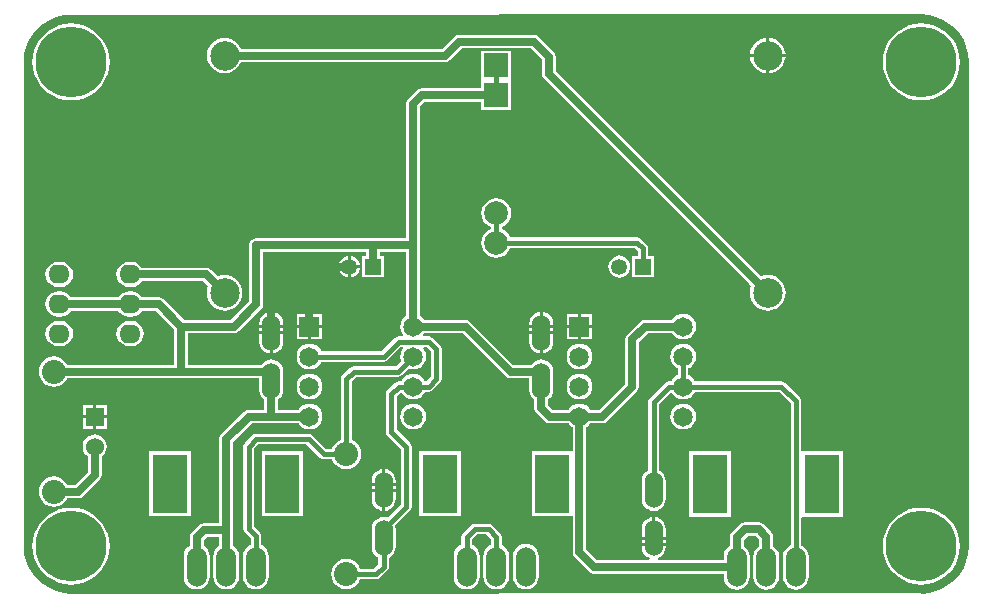
<source format=gbl>
G04 Layer_Physical_Order=2*
G04 Layer_Color=11436288*
%FSAX43Y43*%
%MOMM*%
G71*
G01*
G75*
%ADD10C,0.381*%
%ADD11C,0.635*%
%ADD12C,2.000*%
%ADD13R,2.000X2.000*%
%ADD14C,1.350*%
%ADD15R,1.350X1.350*%
%ADD16C,6.000*%
%ADD17O,1.524X3.048*%
%ADD18C,1.524*%
%ADD19C,1.651*%
%ADD20R,1.651X1.651*%
%ADD21C,2.032*%
%ADD22C,2.500*%
%ADD23R,1.524X1.524*%
%ADD24R,3.000X5.000*%
%ADD25O,1.676X3.353*%
%ADD26R,2.000X2.000*%
%ADD27O,1.800X1.600*%
G36*
X0219313Y0251064D02*
X0219925Y0250917D01*
X0220507Y0250676D01*
X0221043Y0250347D01*
X0221522Y0249938D01*
X0221931Y0249459D01*
X0222260Y0248923D01*
X0222501Y0248341D01*
X0222648Y0247729D01*
X0222696Y0247113D01*
X0222685Y0247101D01*
X0222685D01*
Y0206101D01*
X0222685D01*
X0222696Y0206089D01*
X0222648Y0205473D01*
X0222501Y0204861D01*
X0222260Y0204279D01*
X0221931Y0203743D01*
X0221522Y0203264D01*
X0221043Y0202855D01*
X0220507Y0202526D01*
X0219925Y0202285D01*
X0219313Y0202138D01*
X0218697Y0202090D01*
X0218685Y0202101D01*
Y0202101D01*
X0146685Y0202089D01*
X0146057Y0202138D01*
X0145445Y0202285D01*
X0144863Y0202526D01*
X0144327Y0202855D01*
X0143848Y0203264D01*
X0143439Y0203743D01*
X0143110Y0204279D01*
X0142869Y0204861D01*
X0142722Y0205473D01*
X0142683Y0205975D01*
X0142685Y0206101D01*
X0142685Y0206101D01*
X0142685Y0206228D01*
X0142673Y0247101D01*
X0142722Y0247729D01*
X0142869Y0248341D01*
X0143110Y0248923D01*
X0143439Y0249459D01*
X0143848Y0249938D01*
X0144327Y0250347D01*
X0144863Y0250676D01*
X0145445Y0250917D01*
X0146057Y0251064D01*
X0146673Y0251112D01*
X0146685Y0251101D01*
Y0251101D01*
X0218685Y0251113D01*
X0219313Y0251064D01*
D02*
G37*
%LPC*%
G36*
X0148558Y0218092D02*
X0147669D01*
Y0217203D01*
X0148558D01*
Y0218092D01*
D02*
G37*
G36*
X0149701Y0216949D02*
X0148812D01*
Y0216060D01*
X0149701D01*
Y0216949D01*
D02*
G37*
G36*
X0166874Y0220705D02*
X0166592Y0220668D01*
X0166329Y0220559D01*
X0166104Y0220386D01*
X0165931Y0220160D01*
X0165822Y0219898D01*
X0165785Y0219616D01*
X0165822Y0219334D01*
X0165931Y0219072D01*
X0166104Y0218846D01*
X0166329Y0218673D01*
X0166592Y0218564D01*
X0166874Y0218527D01*
X0167155Y0218564D01*
X0167418Y0218673D01*
X0167643Y0218846D01*
X0167816Y0219072D01*
X0167925Y0219334D01*
X0167962Y0219616D01*
X0167925Y0219898D01*
X0167816Y0220160D01*
X0167643Y0220386D01*
X0167418Y0220559D01*
X0167155Y0220668D01*
X0166874Y0220705D01*
D02*
G37*
G36*
X0149701Y0218092D02*
X0148812D01*
Y0217203D01*
X0149701D01*
Y0218092D01*
D02*
G37*
G36*
X0175649Y0218165D02*
X0175367Y0218128D01*
X0175105Y0218019D01*
X0174879Y0217846D01*
X0174706Y0217620D01*
X0174597Y0217358D01*
X0174560Y0217076D01*
X0174597Y0216794D01*
X0174706Y0216532D01*
X0174879Y0216306D01*
X0175105Y0216133D01*
X0175367Y0216024D01*
X0175649Y0215987D01*
X0175931Y0216024D01*
X0176194Y0216133D01*
X0176419Y0216306D01*
X0176592Y0216532D01*
X0176701Y0216794D01*
X0176738Y0217076D01*
X0176701Y0217358D01*
X0176592Y0217620D01*
X0176419Y0217846D01*
X0176194Y0218019D01*
X0175931Y0218128D01*
X0175649Y0218165D01*
D02*
G37*
G36*
X0173287Y0212623D02*
Y0211488D01*
X0174185D01*
Y0211615D01*
X0174150Y0211880D01*
X0174047Y0212127D01*
X0173885Y0212339D01*
X0173672Y0212502D01*
X0173425Y0212605D01*
X0173287Y0212623D01*
D02*
G37*
G36*
X0148558Y0216949D02*
X0147669D01*
Y0216060D01*
X0148558D01*
Y0216949D01*
D02*
G37*
G36*
X0198509Y0218165D02*
X0198227Y0218128D01*
X0197965Y0218019D01*
X0197739Y0217846D01*
X0197566Y0217620D01*
X0197457Y0217358D01*
X0197420Y0217076D01*
X0197457Y0216794D01*
X0197566Y0216532D01*
X0197739Y0216306D01*
X0197965Y0216133D01*
X0198227Y0216024D01*
X0198509Y0215987D01*
X0198791Y0216024D01*
X0199054Y0216133D01*
X0199279Y0216306D01*
X0199452Y0216532D01*
X0199561Y0216794D01*
X0199598Y0217076D01*
X0199561Y0217358D01*
X0199452Y0217620D01*
X0199279Y0217846D01*
X0199054Y0218019D01*
X0198791Y0218128D01*
X0198509Y0218165D01*
D02*
G37*
G36*
X0186368Y0224061D02*
X0185470D01*
Y0223426D01*
X0185505Y0223161D01*
X0185608Y0222913D01*
X0185770Y0222701D01*
X0185983Y0222538D01*
X0186230Y0222436D01*
X0186368Y0222418D01*
Y0224061D01*
D02*
G37*
G36*
X0164660D02*
X0163762D01*
Y0222418D01*
X0163900Y0222436D01*
X0164147Y0222538D01*
X0164360Y0222701D01*
X0164522Y0222913D01*
X0164625Y0223161D01*
X0164660Y0223426D01*
Y0224061D01*
D02*
G37*
G36*
X0145785Y0225164D02*
X0145585D01*
X0145310Y0225128D01*
X0145053Y0225022D01*
X0144833Y0224853D01*
X0144664Y0224633D01*
X0144558Y0224376D01*
X0144522Y0224101D01*
X0144558Y0223826D01*
X0144664Y0223569D01*
X0144833Y0223349D01*
X0145053Y0223180D01*
X0145310Y0223074D01*
X0145585Y0223038D01*
X0145785D01*
X0146060Y0223074D01*
X0146317Y0223180D01*
X0146537Y0223349D01*
X0146706Y0223569D01*
X0146812Y0223826D01*
X0146848Y0224101D01*
X0146812Y0224376D01*
X0146706Y0224633D01*
X0146537Y0224853D01*
X0146317Y0225022D01*
X0146060Y0225128D01*
X0145785Y0225164D01*
D02*
G37*
G36*
X0187520Y0224061D02*
X0186622D01*
Y0222418D01*
X0186760Y0222436D01*
X0187007Y0222538D01*
X0187220Y0222701D01*
X0187382Y0222913D01*
X0187485Y0223161D01*
X0187520Y0223426D01*
Y0224061D01*
D02*
G37*
G36*
X0198509Y0223245D02*
X0198227Y0223208D01*
X0197965Y0223099D01*
X0197739Y0222926D01*
X0197566Y0222700D01*
X0197457Y0222438D01*
X0197420Y0222156D01*
X0197457Y0221874D01*
X0197566Y0221612D01*
X0197739Y0221386D01*
X0197965Y0221213D01*
X0198056Y0221175D01*
Y0220597D01*
X0197965Y0220559D01*
X0197739Y0220386D01*
X0197566Y0220160D01*
X0197528Y0220069D01*
X0197290D01*
X0197290Y0220069D01*
X0197117Y0220035D01*
X0197043Y0219986D01*
X0196970Y0219936D01*
X0196970Y0219936D01*
X0195700Y0218666D01*
X0195601Y0218519D01*
X0195567Y0218346D01*
Y0212527D01*
X0195508Y0212503D01*
X0195295Y0212340D01*
X0195133Y0212128D01*
X0195030Y0211880D01*
X0194995Y0211615D01*
Y0210091D01*
X0195030Y0209826D01*
X0195133Y0209579D01*
X0195295Y0209367D01*
X0195508Y0209204D01*
X0195755Y0209101D01*
X0196020Y0209066D01*
X0196285Y0209101D01*
X0196532Y0209204D01*
X0196745Y0209367D01*
X0196907Y0209579D01*
X0197010Y0209826D01*
X0197045Y0210091D01*
Y0211615D01*
X0197010Y0211880D01*
X0196907Y0212128D01*
X0196745Y0212340D01*
X0196532Y0212503D01*
X0196473Y0212527D01*
Y0218158D01*
X0197416Y0219101D01*
X0197566Y0219072D01*
X0197566Y0219072D01*
X0197739Y0218846D01*
X0197965Y0218673D01*
X0198227Y0218564D01*
X0198509Y0218527D01*
X0198791Y0218564D01*
X0199054Y0218673D01*
X0199279Y0218846D01*
X0199452Y0219072D01*
X0199490Y0219163D01*
X0206627D01*
X0207606Y0218184D01*
Y0206194D01*
X0207509Y0206153D01*
X0207281Y0205978D01*
X0207106Y0205750D01*
X0206996Y0205484D01*
X0206958Y0205199D01*
Y0203523D01*
X0206996Y0203238D01*
X0207106Y0202972D01*
X0207281Y0202744D01*
X0207509Y0202569D01*
X0207774Y0202459D01*
X0208060Y0202421D01*
X0208345Y0202459D01*
X0208610Y0202569D01*
X0208839Y0202744D01*
X0209014Y0202972D01*
X0209124Y0203238D01*
X0209161Y0203523D01*
Y0205199D01*
X0209124Y0205484D01*
X0209014Y0205750D01*
X0208839Y0205978D01*
X0208610Y0206153D01*
X0208513Y0206194D01*
Y0208492D01*
X0208541Y0208607D01*
X0208640Y0208607D01*
X0212049D01*
Y0214115D01*
X0208640D01*
X0208541Y0214115D01*
X0208513Y0214230D01*
Y0218371D01*
X0208513Y0218371D01*
X0208478Y0218545D01*
X0208429Y0218618D01*
X0208380Y0218692D01*
X0208380Y0218692D01*
X0207135Y0219936D01*
X0206988Y0220035D01*
X0206815Y0220069D01*
X0199490D01*
X0199452Y0220160D01*
X0199279Y0220386D01*
X0199054Y0220559D01*
X0198962Y0220597D01*
Y0221175D01*
X0199054Y0221213D01*
X0199279Y0221386D01*
X0199452Y0221612D01*
X0199561Y0221874D01*
X0199598Y0222156D01*
X0199561Y0222438D01*
X0199452Y0222700D01*
X0199279Y0222926D01*
X0199054Y0223099D01*
X0198791Y0223208D01*
X0198509Y0223245D01*
D02*
G37*
G36*
X0189734Y0220705D02*
X0189452Y0220668D01*
X0189189Y0220559D01*
X0188964Y0220386D01*
X0188791Y0220160D01*
X0188682Y0219898D01*
X0188645Y0219616D01*
X0188682Y0219334D01*
X0188791Y0219072D01*
X0188964Y0218846D01*
X0189189Y0218673D01*
X0189452Y0218564D01*
X0189734Y0218527D01*
X0190015Y0218564D01*
X0190278Y0218673D01*
X0190503Y0218846D01*
X0190676Y0219072D01*
X0190785Y0219334D01*
X0190822Y0219616D01*
X0190785Y0219898D01*
X0190676Y0220160D01*
X0190503Y0220386D01*
X0190278Y0220559D01*
X0190015Y0220668D01*
X0189734Y0220705D01*
D02*
G37*
G36*
X0163508Y0224061D02*
X0162610D01*
Y0223426D01*
X0162645Y0223161D01*
X0162748Y0222913D01*
X0162910Y0222701D01*
X0163123Y0222538D01*
X0163370Y0222436D01*
X0163508Y0222418D01*
Y0224061D01*
D02*
G37*
G36*
X0189734Y0223245D02*
X0189452Y0223208D01*
X0189189Y0223099D01*
X0188964Y0222926D01*
X0188791Y0222700D01*
X0188682Y0222438D01*
X0188645Y0222156D01*
X0188682Y0221874D01*
X0188791Y0221612D01*
X0188964Y0221386D01*
X0189189Y0221213D01*
X0189452Y0221104D01*
X0189734Y0221067D01*
X0190015Y0221104D01*
X0190278Y0221213D01*
X0190503Y0221386D01*
X0190676Y0221612D01*
X0190785Y0221874D01*
X0190822Y0222156D01*
X0190785Y0222438D01*
X0190676Y0222700D01*
X0190503Y0222926D01*
X0190278Y0223099D01*
X0190015Y0223208D01*
X0189734Y0223245D01*
D02*
G37*
G36*
X0173033Y0212623D02*
X0172895Y0212605D01*
X0172648Y0212502D01*
X0172435Y0212339D01*
X0172273Y0212127D01*
X0172170Y0211880D01*
X0172135Y0211615D01*
Y0211488D01*
X0173033D01*
Y0212623D01*
D02*
G37*
G36*
X0195893Y0208559D02*
X0195755Y0208541D01*
X0195508Y0208439D01*
X0195295Y0208276D01*
X0195133Y0208064D01*
X0195030Y0207816D01*
X0194995Y0207551D01*
Y0206916D01*
X0195893D01*
Y0208559D01*
D02*
G37*
G36*
X0197045Y0206662D02*
X0194995D01*
Y0206408D01*
X0197045D01*
Y0206662D01*
D02*
G37*
G36*
X0202549Y0214115D02*
X0199041D01*
Y0208607D01*
X0202549D01*
Y0214115D01*
D02*
G37*
G36*
X0196147Y0208559D02*
Y0206916D01*
X0197045D01*
Y0207551D01*
X0197010Y0207816D01*
X0196907Y0208064D01*
X0196745Y0208276D01*
X0196532Y0208439D01*
X0196285Y0208541D01*
X0196147Y0208559D01*
D02*
G37*
G36*
X0185200Y0206316D02*
X0184914Y0206278D01*
X0184649Y0206168D01*
X0184421Y0205993D01*
X0184246Y0205765D01*
X0184136Y0205499D01*
X0184098Y0205214D01*
Y0203538D01*
X0184136Y0203253D01*
X0184246Y0202987D01*
X0184421Y0202759D01*
X0184649Y0202584D01*
X0184914Y0202474D01*
X0185200Y0202436D01*
X0185485Y0202474D01*
X0185750Y0202584D01*
X0185979Y0202759D01*
X0186154Y0202987D01*
X0186264Y0203253D01*
X0186301Y0203538D01*
Y0205214D01*
X0186264Y0205499D01*
X0186154Y0205765D01*
X0185979Y0205993D01*
X0185750Y0206168D01*
X0185485Y0206278D01*
X0185200Y0206316D01*
D02*
G37*
G36*
X0182050Y0208004D02*
X0180860D01*
X0180687Y0207970D01*
X0180540Y0207871D01*
X0180540Y0207871D01*
X0179865Y0207196D01*
X0179766Y0207049D01*
X0179732Y0206876D01*
Y0206209D01*
X0179634Y0206168D01*
X0179406Y0205993D01*
X0179231Y0205765D01*
X0179121Y0205499D01*
X0179083Y0205214D01*
Y0203538D01*
X0179121Y0203253D01*
X0179231Y0202987D01*
X0179406Y0202759D01*
X0179634Y0202584D01*
X0179900Y0202474D01*
X0180185Y0202436D01*
X0180470Y0202474D01*
X0180736Y0202584D01*
X0180964Y0202759D01*
X0181139Y0202987D01*
X0181249Y0203253D01*
X0181287Y0203538D01*
Y0205214D01*
X0181249Y0205499D01*
X0181139Y0205765D01*
X0180964Y0205993D01*
X0180736Y0206168D01*
X0180638Y0206209D01*
Y0206688D01*
X0181048Y0207098D01*
X0181862D01*
X0182232Y0206728D01*
Y0206209D01*
X0182134Y0206168D01*
X0181906Y0205993D01*
X0181731Y0205765D01*
X0181621Y0205499D01*
X0181583Y0205214D01*
Y0203538D01*
X0181621Y0203253D01*
X0181731Y0202987D01*
X0181906Y0202759D01*
X0182134Y0202584D01*
X0182400Y0202474D01*
X0182685Y0202436D01*
X0182970Y0202474D01*
X0183236Y0202584D01*
X0183464Y0202759D01*
X0183639Y0202987D01*
X0183749Y0203253D01*
X0183787Y0203538D01*
Y0205214D01*
X0183749Y0205499D01*
X0183639Y0205765D01*
X0183464Y0205993D01*
X0183236Y0206168D01*
X0183138Y0206209D01*
Y0206916D01*
X0183104Y0207089D01*
X0183005Y0207236D01*
X0183005Y0207236D01*
X0182370Y0207871D01*
X0182223Y0207970D01*
X0182050Y0208004D01*
D02*
G37*
G36*
X0218685Y0209365D02*
X0218174Y0209325D01*
X0217676Y0209205D01*
X0217203Y0209009D01*
X0216766Y0208742D01*
X0216377Y0208409D01*
X0216044Y0208020D01*
X0215777Y0207583D01*
X0215581Y0207110D01*
X0215461Y0206612D01*
X0215421Y0206101D01*
X0215461Y0205590D01*
X0215581Y0205092D01*
X0215777Y0204619D01*
X0216044Y0204182D01*
X0216377Y0203793D01*
X0216766Y0203460D01*
X0217203Y0203193D01*
X0217676Y0202997D01*
X0218174Y0202877D01*
X0218685Y0202837D01*
X0219196Y0202877D01*
X0219694Y0202997D01*
X0220167Y0203193D01*
X0220604Y0203460D01*
X0220993Y0203793D01*
X0221326Y0204182D01*
X0221593Y0204619D01*
X0221789Y0205092D01*
X0221909Y0205590D01*
X0221949Y0206101D01*
X0221909Y0206612D01*
X0221789Y0207110D01*
X0221593Y0207583D01*
X0221326Y0208020D01*
X0220993Y0208409D01*
X0220604Y0208742D01*
X0220167Y0209009D01*
X0219694Y0209205D01*
X0219196Y0209325D01*
X0218685Y0209365D01*
D02*
G37*
G36*
X0146685D02*
X0146174Y0209325D01*
X0145676Y0209205D01*
X0145203Y0209009D01*
X0144766Y0208742D01*
X0144377Y0208409D01*
X0144044Y0208020D01*
X0143777Y0207583D01*
X0143581Y0207110D01*
X0143461Y0206612D01*
X0143421Y0206101D01*
X0143461Y0205590D01*
X0143581Y0205092D01*
X0143777Y0204619D01*
X0144044Y0204182D01*
X0144377Y0203793D01*
X0144766Y0203460D01*
X0145203Y0203193D01*
X0145676Y0202997D01*
X0146174Y0202877D01*
X0146685Y0202837D01*
X0147196Y0202877D01*
X0147694Y0202997D01*
X0148167Y0203193D01*
X0148604Y0203460D01*
X0148993Y0203793D01*
X0149326Y0204182D01*
X0149593Y0204619D01*
X0149789Y0205092D01*
X0149909Y0205590D01*
X0149949Y0206101D01*
X0149909Y0206612D01*
X0149789Y0207110D01*
X0149593Y0207583D01*
X0149326Y0208020D01*
X0148993Y0208409D01*
X0148604Y0208742D01*
X0148167Y0209009D01*
X0147694Y0209205D01*
X0147196Y0209325D01*
X0146685Y0209365D01*
D02*
G37*
G36*
X0173033Y0211234D02*
X0172135D01*
Y0210980D01*
X0173033D01*
Y0211234D01*
D02*
G37*
G36*
X0174185Y0210726D02*
X0173287D01*
Y0209083D01*
X0173425Y0209101D01*
X0173672Y0209203D01*
X0173885Y0209366D01*
X0174047Y0209578D01*
X0174150Y0209826D01*
X0174185Y0210091D01*
Y0210726D01*
D02*
G37*
G36*
X0148685Y0215561D02*
X0148420Y0215526D01*
X0148173Y0215423D01*
X0147960Y0215261D01*
X0147798Y0215048D01*
X0147695Y0214801D01*
X0147660Y0214536D01*
X0147695Y0214271D01*
X0147798Y0214024D01*
X0147960Y0213811D01*
X0148102Y0213702D01*
Y0212387D01*
X0147024Y0211309D01*
X0146353D01*
X0146329Y0211366D01*
X0146126Y0211632D01*
X0145860Y0211835D01*
X0145552Y0211963D01*
X0145220Y0212007D01*
X0144888Y0211963D01*
X0144580Y0211835D01*
X0144314Y0211632D01*
X0144111Y0211366D01*
X0143983Y0211058D01*
X0143939Y0210726D01*
X0143983Y0210394D01*
X0144111Y0210086D01*
X0144314Y0209820D01*
X0144580Y0209617D01*
X0144888Y0209489D01*
X0145220Y0209445D01*
X0145552Y0209489D01*
X0145860Y0209617D01*
X0146126Y0209820D01*
X0146329Y0210086D01*
X0146353Y0210143D01*
X0147265D01*
X0147488Y0210188D01*
X0147677Y0210314D01*
X0149097Y0211734D01*
X0149223Y0211923D01*
X0149268Y0212146D01*
Y0213702D01*
X0149410Y0213811D01*
X0149572Y0214024D01*
X0149675Y0214271D01*
X0149710Y0214536D01*
X0149675Y0214801D01*
X0149572Y0215048D01*
X0149410Y0215261D01*
X0149197Y0215423D01*
X0148950Y0215526D01*
X0148685Y0215561D01*
D02*
G37*
G36*
X0174185Y0211234D02*
X0173287D01*
Y0210980D01*
X0174185D01*
Y0211234D01*
D02*
G37*
G36*
X0166329Y0214130D02*
X0162821D01*
Y0208622D01*
X0166329D01*
Y0214130D01*
D02*
G37*
G36*
X0156829D02*
X0153321D01*
Y0208622D01*
X0156829D01*
Y0214130D01*
D02*
G37*
G36*
X0173033Y0210726D02*
X0172135D01*
Y0210091D01*
X0172170Y0209826D01*
X0172273Y0209578D01*
X0172435Y0209366D01*
X0172648Y0209203D01*
X0172895Y0209101D01*
X0173033Y0209083D01*
Y0210726D01*
D02*
G37*
G36*
X0179689Y0214130D02*
X0176181D01*
Y0208622D01*
X0179689D01*
Y0214130D01*
D02*
G37*
G36*
X0171175Y0229649D02*
X0170382D01*
Y0228856D01*
X0170498Y0228871D01*
X0170724Y0228965D01*
X0170918Y0229113D01*
X0171066Y0229307D01*
X0171160Y0229533D01*
X0171175Y0229649D01*
D02*
G37*
G36*
X0170128D02*
X0169335D01*
X0169350Y0229533D01*
X0169444Y0229307D01*
X0169592Y0229113D01*
X0169786Y0228965D01*
X0170012Y0228871D01*
X0170128Y0228856D01*
Y0229649D01*
D02*
G37*
G36*
X0170382Y0230696D02*
Y0229903D01*
X0171175D01*
X0171160Y0230019D01*
X0171066Y0230245D01*
X0170918Y0230439D01*
X0170724Y0230587D01*
X0170498Y0230681D01*
X0170382Y0230696D01*
D02*
G37*
G36*
X0170128D02*
X0170012Y0230681D01*
X0169786Y0230587D01*
X0169592Y0230439D01*
X0169444Y0230245D01*
X0169350Y0230019D01*
X0169335Y0229903D01*
X0170128D01*
Y0230696D01*
D02*
G37*
G36*
X0145785Y0230164D02*
X0145585D01*
X0145310Y0230128D01*
X0145053Y0230022D01*
X0144833Y0229853D01*
X0144664Y0229633D01*
X0144558Y0229376D01*
X0144522Y0229101D01*
X0144558Y0228826D01*
X0144664Y0228569D01*
X0144833Y0228349D01*
X0145053Y0228180D01*
X0145310Y0228074D01*
X0145585Y0228038D01*
X0145785D01*
X0146060Y0228074D01*
X0146317Y0228180D01*
X0146537Y0228349D01*
X0146706Y0228569D01*
X0146812Y0228826D01*
X0146848Y0229101D01*
X0146812Y0229376D01*
X0146706Y0229633D01*
X0146537Y0229853D01*
X0146317Y0230022D01*
X0146060Y0230128D01*
X0145785Y0230164D01*
D02*
G37*
G36*
X0151785D02*
X0151585D01*
X0151310Y0230128D01*
X0151053Y0230022D01*
X0150833Y0229853D01*
X0150664Y0229633D01*
X0150558Y0229376D01*
X0150522Y0229101D01*
X0150558Y0228826D01*
X0150664Y0228569D01*
X0150833Y0228349D01*
X0151053Y0228180D01*
X0151310Y0228074D01*
X0151585Y0228038D01*
X0151785D01*
X0152060Y0228074D01*
X0152317Y0228180D01*
X0152537Y0228349D01*
X0152666Y0228518D01*
X0157894D01*
X0158287Y0228125D01*
X0158203Y0227846D01*
X0158174Y0227551D01*
X0158203Y0227256D01*
X0158289Y0226973D01*
X0158428Y0226711D01*
X0158616Y0226482D01*
X0158845Y0226294D01*
X0159107Y0226155D01*
X0159390Y0226069D01*
X0159685Y0226040D01*
X0159980Y0226069D01*
X0160263Y0226155D01*
X0160525Y0226294D01*
X0160754Y0226482D01*
X0160942Y0226711D01*
X0161081Y0226973D01*
X0161167Y0227256D01*
X0161196Y0227551D01*
X0161167Y0227846D01*
X0161081Y0228129D01*
X0160942Y0228391D01*
X0160754Y0228620D01*
X0160525Y0228808D01*
X0160263Y0228947D01*
X0159980Y0229033D01*
X0159685Y0229062D01*
X0159390Y0229033D01*
X0159111Y0228949D01*
X0158547Y0229513D01*
X0158358Y0229639D01*
X0158135Y0229684D01*
X0152666D01*
X0152537Y0229853D01*
X0152317Y0230022D01*
X0152060Y0230128D01*
X0151785Y0230164D01*
D02*
G37*
G36*
X0182685Y0235565D02*
X0182358Y0235522D01*
X0182053Y0235396D01*
X0181791Y0235195D01*
X0181590Y0234933D01*
X0181463Y0234628D01*
X0181420Y0234301D01*
X0181463Y0233973D01*
X0181590Y0233668D01*
X0181791Y0233406D01*
X0182053Y0233205D01*
X0182232Y0233131D01*
Y0232970D01*
X0182053Y0232896D01*
X0181791Y0232695D01*
X0181590Y0232433D01*
X0181463Y0232128D01*
X0181420Y0231801D01*
X0181463Y0231473D01*
X0181590Y0231168D01*
X0181791Y0230906D01*
X0182053Y0230705D01*
X0182358Y0230579D01*
X0182685Y0230536D01*
X0183013Y0230579D01*
X0183318Y0230705D01*
X0183580Y0230906D01*
X0183781Y0231168D01*
X0183855Y0231348D01*
X0194442D01*
X0194662Y0231128D01*
Y0230705D01*
X0194186D01*
Y0228847D01*
X0196044D01*
Y0230705D01*
X0195568D01*
Y0231316D01*
X0195568Y0231316D01*
X0195534Y0231489D01*
X0195435Y0231636D01*
X0195435Y0231636D01*
X0194951Y0232121D01*
X0194804Y0232220D01*
X0194630Y0232254D01*
X0183855D01*
X0183781Y0232433D01*
X0183580Y0232695D01*
X0183318Y0232896D01*
X0183138Y0232970D01*
Y0233131D01*
X0183318Y0233205D01*
X0183580Y0233406D01*
X0183781Y0233668D01*
X0183907Y0233973D01*
X0183950Y0234301D01*
X0183907Y0234628D01*
X0183781Y0234933D01*
X0183580Y0235195D01*
X0183318Y0235396D01*
X0183013Y0235522D01*
X0182685Y0235565D01*
D02*
G37*
G36*
X0193115Y0230713D02*
X0192872Y0230681D01*
X0192646Y0230587D01*
X0192452Y0230439D01*
X0192304Y0230245D01*
X0192210Y0230019D01*
X0192178Y0229776D01*
X0192210Y0229533D01*
X0192304Y0229307D01*
X0192452Y0229113D01*
X0192646Y0228965D01*
X0192872Y0228871D01*
X0193115Y0228839D01*
X0193358Y0228871D01*
X0193584Y0228965D01*
X0193778Y0229113D01*
X0193926Y0229307D01*
X0194020Y0229533D01*
X0194052Y0229776D01*
X0194020Y0230019D01*
X0193926Y0230245D01*
X0193778Y0230439D01*
X0193584Y0230587D01*
X0193358Y0230681D01*
X0193115Y0230713D01*
D02*
G37*
G36*
X0205558Y0249135D02*
X0205390Y0249118D01*
X0205107Y0249032D01*
X0204845Y0248893D01*
X0204616Y0248705D01*
X0204428Y0248476D01*
X0204289Y0248214D01*
X0204203Y0247931D01*
X0204186Y0247763D01*
X0205558D01*
Y0249135D01*
D02*
G37*
G36*
X0207184Y0247509D02*
X0205812D01*
Y0246137D01*
X0205980Y0246154D01*
X0206263Y0246240D01*
X0206525Y0246379D01*
X0206754Y0246567D01*
X0206942Y0246796D01*
X0207081Y0247058D01*
X0207167Y0247341D01*
X0207184Y0247509D01*
D02*
G37*
G36*
X0185860Y0249409D02*
X0179510D01*
X0179287Y0249364D01*
X0179098Y0249238D01*
X0178079Y0248219D01*
X0161079D01*
X0160942Y0248476D01*
X0160754Y0248705D01*
X0160525Y0248893D01*
X0160263Y0249032D01*
X0159980Y0249118D01*
X0159685Y0249147D01*
X0159390Y0249118D01*
X0159107Y0249032D01*
X0158845Y0248893D01*
X0158616Y0248705D01*
X0158428Y0248476D01*
X0158289Y0248214D01*
X0158203Y0247931D01*
X0158174Y0247636D01*
X0158203Y0247341D01*
X0158289Y0247058D01*
X0158428Y0246796D01*
X0158616Y0246567D01*
X0158845Y0246379D01*
X0159107Y0246240D01*
X0159390Y0246154D01*
X0159685Y0246125D01*
X0159980Y0246154D01*
X0160263Y0246240D01*
X0160525Y0246379D01*
X0160754Y0246567D01*
X0160942Y0246796D01*
X0161079Y0247053D01*
X0178320D01*
X0178543Y0247098D01*
X0178732Y0247224D01*
X0179751Y0248243D01*
X0185619D01*
X0186547Y0247315D01*
Y0246106D01*
X0186592Y0245883D01*
X0186718Y0245694D01*
X0204287Y0228125D01*
X0204203Y0227846D01*
X0204174Y0227551D01*
X0204203Y0227256D01*
X0204289Y0226973D01*
X0204428Y0226711D01*
X0204616Y0226482D01*
X0204845Y0226294D01*
X0205107Y0226155D01*
X0205390Y0226069D01*
X0205685Y0226040D01*
X0205980Y0226069D01*
X0206263Y0226155D01*
X0206525Y0226294D01*
X0206754Y0226482D01*
X0206942Y0226711D01*
X0207081Y0226973D01*
X0207167Y0227256D01*
X0207196Y0227551D01*
X0207167Y0227846D01*
X0207081Y0228129D01*
X0206942Y0228391D01*
X0206754Y0228620D01*
X0206525Y0228808D01*
X0206263Y0228947D01*
X0205980Y0229033D01*
X0205685Y0229062D01*
X0205390Y0229033D01*
X0205111Y0228949D01*
X0187713Y0246347D01*
Y0247556D01*
X0187668Y0247779D01*
X0187542Y0247968D01*
X0186272Y0249238D01*
X0186083Y0249364D01*
X0185860Y0249409D01*
D02*
G37*
G36*
X0205812Y0249135D02*
Y0247763D01*
X0207184D01*
X0207167Y0247931D01*
X0207081Y0248214D01*
X0206942Y0248476D01*
X0206754Y0248705D01*
X0206525Y0248893D01*
X0206263Y0249032D01*
X0205980Y0249118D01*
X0205812Y0249135D01*
D02*
G37*
G36*
X0146685Y0250365D02*
X0146174Y0250325D01*
X0145676Y0250205D01*
X0145203Y0250009D01*
X0144766Y0249742D01*
X0144377Y0249409D01*
X0144044Y0249020D01*
X0143777Y0248583D01*
X0143581Y0248110D01*
X0143461Y0247612D01*
X0143421Y0247101D01*
X0143461Y0246590D01*
X0143581Y0246092D01*
X0143777Y0245619D01*
X0144044Y0245182D01*
X0144377Y0244793D01*
X0144766Y0244460D01*
X0145203Y0244193D01*
X0145676Y0243997D01*
X0146174Y0243877D01*
X0146685Y0243837D01*
X0147196Y0243877D01*
X0147694Y0243997D01*
X0148167Y0244193D01*
X0148604Y0244460D01*
X0148993Y0244793D01*
X0149326Y0245182D01*
X0149593Y0245619D01*
X0149789Y0246092D01*
X0149909Y0246590D01*
X0149949Y0247101D01*
X0149909Y0247612D01*
X0149789Y0248110D01*
X0149593Y0248583D01*
X0149326Y0249020D01*
X0148993Y0249409D01*
X0148604Y0249742D01*
X0148167Y0250009D01*
X0147694Y0250205D01*
X0147196Y0250325D01*
X0146685Y0250365D01*
D02*
G37*
G36*
X0183939Y0248055D02*
X0181431D01*
Y0245547D01*
Y0244884D01*
X0176385D01*
X0176162Y0244839D01*
X0175973Y0244713D01*
X0175237Y0243977D01*
X0175111Y0243788D01*
X0175067Y0243565D01*
Y0232184D01*
X0162365D01*
X0162142Y0232139D01*
X0161953Y0232013D01*
X0161827Y0231824D01*
X0161782Y0231601D01*
Y0226842D01*
X0160219Y0225279D01*
X0156256D01*
X0154522Y0227013D01*
X0154333Y0227139D01*
X0154110Y0227184D01*
X0152666D01*
X0152537Y0227353D01*
X0152317Y0227522D01*
X0152060Y0227628D01*
X0151785Y0227664D01*
X0151585D01*
X0151310Y0227628D01*
X0151053Y0227522D01*
X0150833Y0227353D01*
X0150704Y0227184D01*
X0146666D01*
X0146537Y0227353D01*
X0146317Y0227522D01*
X0146060Y0227628D01*
X0145785Y0227664D01*
X0145585D01*
X0145310Y0227628D01*
X0145053Y0227522D01*
X0144833Y0227353D01*
X0144664Y0227133D01*
X0144558Y0226876D01*
X0144522Y0226601D01*
X0144558Y0226326D01*
X0144664Y0226069D01*
X0144833Y0225849D01*
X0145053Y0225680D01*
X0145310Y0225574D01*
X0145585Y0225538D01*
X0145785D01*
X0146060Y0225574D01*
X0146317Y0225680D01*
X0146537Y0225849D01*
X0146666Y0226018D01*
X0150704D01*
X0150833Y0225849D01*
X0151053Y0225680D01*
X0151310Y0225574D01*
X0151585Y0225538D01*
X0151785D01*
X0152060Y0225574D01*
X0152317Y0225680D01*
X0152537Y0225849D01*
X0152666Y0226018D01*
X0153869D01*
X0155432Y0224455D01*
Y0221469D01*
X0146353D01*
X0146329Y0221526D01*
X0146126Y0221792D01*
X0145860Y0221995D01*
X0145552Y0222123D01*
X0145220Y0222167D01*
X0144888Y0222123D01*
X0144580Y0221995D01*
X0144314Y0221792D01*
X0144111Y0221526D01*
X0143983Y0221218D01*
X0143939Y0220886D01*
X0143983Y0220554D01*
X0144111Y0220246D01*
X0144314Y0219980D01*
X0144580Y0219777D01*
X0144888Y0219649D01*
X0145220Y0219605D01*
X0145552Y0219649D01*
X0145860Y0219777D01*
X0146126Y0219980D01*
X0146329Y0220246D01*
X0146353Y0220303D01*
X0162610D01*
Y0219362D01*
X0162645Y0219097D01*
X0162748Y0218849D01*
X0162910Y0218637D01*
X0163052Y0218528D01*
Y0217659D01*
X0161730D01*
X0161507Y0217614D01*
X0161318Y0217488D01*
X0159413Y0215583D01*
X0159287Y0215394D01*
X0159242Y0215171D01*
Y0208054D01*
X0157920D01*
X0157697Y0208009D01*
X0157508Y0207883D01*
X0156913Y0207288D01*
X0156787Y0207099D01*
X0156742Y0206876D01*
Y0206144D01*
X0156546Y0205993D01*
X0156371Y0205765D01*
X0156261Y0205499D01*
X0156223Y0205214D01*
Y0203538D01*
X0156261Y0203253D01*
X0156371Y0202987D01*
X0156546Y0202759D01*
X0156774Y0202584D01*
X0157040Y0202474D01*
X0157325Y0202436D01*
X0157610Y0202474D01*
X0157876Y0202584D01*
X0158104Y0202759D01*
X0158279Y0202987D01*
X0158389Y0203253D01*
X0158427Y0203538D01*
Y0205214D01*
X0158389Y0205499D01*
X0158279Y0205765D01*
X0158104Y0205993D01*
X0157908Y0206144D01*
Y0206635D01*
X0158161Y0206888D01*
X0159242D01*
Y0206144D01*
X0159046Y0205993D01*
X0158871Y0205765D01*
X0158761Y0205499D01*
X0158723Y0205214D01*
Y0203538D01*
X0158761Y0203253D01*
X0158871Y0202987D01*
X0159046Y0202759D01*
X0159274Y0202584D01*
X0159540Y0202474D01*
X0159825Y0202436D01*
X0160110Y0202474D01*
X0160376Y0202584D01*
X0160604Y0202759D01*
X0160779Y0202987D01*
X0160889Y0203253D01*
X0160927Y0203538D01*
Y0205214D01*
X0160889Y0205499D01*
X0160779Y0205765D01*
X0160604Y0205993D01*
X0160408Y0206144D01*
Y0214930D01*
X0161971Y0216493D01*
X0165960D01*
X0166104Y0216306D01*
X0166329Y0216133D01*
X0166592Y0216024D01*
X0166874Y0215987D01*
X0167155Y0216024D01*
X0167418Y0216133D01*
X0167643Y0216306D01*
X0167816Y0216532D01*
X0167925Y0216794D01*
X0167962Y0217076D01*
X0167925Y0217358D01*
X0167816Y0217620D01*
X0167643Y0217846D01*
X0167418Y0218019D01*
X0167155Y0218128D01*
X0166874Y0218165D01*
X0166592Y0218128D01*
X0166329Y0218019D01*
X0166104Y0217846D01*
X0165960Y0217659D01*
X0164218D01*
Y0218528D01*
X0164360Y0218637D01*
X0164522Y0218849D01*
X0164625Y0219097D01*
X0164660Y0219362D01*
Y0220886D01*
X0164625Y0221151D01*
X0164522Y0221398D01*
X0164360Y0221610D01*
X0164147Y0221773D01*
X0163900Y0221876D01*
X0163635Y0221911D01*
X0163370Y0221876D01*
X0163123Y0221773D01*
X0162910Y0221610D01*
X0162802Y0221469D01*
X0156598D01*
Y0224113D01*
X0160460D01*
X0160683Y0224158D01*
X0160872Y0224284D01*
X0162777Y0226189D01*
X0162903Y0226378D01*
X0162948Y0226601D01*
Y0231018D01*
X0171672D01*
Y0230705D01*
X0171326D01*
Y0228847D01*
X0173184D01*
Y0230705D01*
X0172838D01*
Y0231018D01*
X0175067D01*
Y0225610D01*
X0174879Y0225466D01*
X0174706Y0225240D01*
X0174597Y0224978D01*
X0174560Y0224696D01*
X0174597Y0224414D01*
X0174706Y0224152D01*
X0174818Y0224006D01*
X0174755Y0223879D01*
X0174430D01*
X0174430Y0223879D01*
X0174257Y0223845D01*
X0174183Y0223796D01*
X0174110Y0223746D01*
X0174110Y0223746D01*
X0172972Y0222609D01*
X0167854D01*
X0167816Y0222700D01*
X0167643Y0222926D01*
X0167418Y0223099D01*
X0167155Y0223208D01*
X0166874Y0223245D01*
X0166592Y0223208D01*
X0166329Y0223099D01*
X0166104Y0222926D01*
X0165931Y0222700D01*
X0165822Y0222438D01*
X0165785Y0222156D01*
X0165822Y0221874D01*
X0165931Y0221612D01*
X0166104Y0221386D01*
X0166329Y0221213D01*
X0166592Y0221104D01*
X0166874Y0221067D01*
X0167155Y0221104D01*
X0167418Y0221213D01*
X0167643Y0221386D01*
X0167816Y0221612D01*
X0167854Y0221703D01*
X0173160D01*
X0173333Y0221737D01*
X0173480Y0221836D01*
X0174618Y0222973D01*
X0174755D01*
X0174818Y0222846D01*
X0174706Y0222700D01*
X0174597Y0222438D01*
X0174560Y0222156D01*
X0174597Y0221874D01*
X0174635Y0221783D01*
X0174191Y0221339D01*
X0170620D01*
X0170447Y0221305D01*
X0170300Y0221206D01*
X0170300Y0221206D01*
X0169665Y0220571D01*
X0169566Y0220424D01*
X0169532Y0220251D01*
Y0215088D01*
X0169345Y0215010D01*
X0169079Y0214807D01*
X0168876Y0214541D01*
X0168798Y0214354D01*
X0168268D01*
X0167130Y0215491D01*
X0166983Y0215590D01*
X0166810Y0215624D01*
X0162365D01*
X0162192Y0215590D01*
X0162045Y0215491D01*
X0162045Y0215491D01*
X0161410Y0214856D01*
X0161311Y0214709D01*
X0161277Y0214536D01*
Y0207551D01*
X0161311Y0207378D01*
X0161410Y0207231D01*
X0161886Y0206754D01*
Y0206209D01*
X0161789Y0206168D01*
X0161561Y0205993D01*
X0161386Y0205765D01*
X0161276Y0205499D01*
X0161238Y0205214D01*
Y0203538D01*
X0161276Y0203253D01*
X0161386Y0202987D01*
X0161561Y0202759D01*
X0161789Y0202584D01*
X0162054Y0202474D01*
X0162340Y0202436D01*
X0162625Y0202474D01*
X0162890Y0202584D01*
X0163119Y0202759D01*
X0163294Y0202987D01*
X0163404Y0203253D01*
X0163441Y0203538D01*
Y0205214D01*
X0163404Y0205499D01*
X0163294Y0205765D01*
X0163119Y0205993D01*
X0162890Y0206168D01*
X0162793Y0206209D01*
Y0206941D01*
X0162758Y0207115D01*
X0162719Y0207174D01*
X0162660Y0207262D01*
X0162660Y0207262D01*
X0162183Y0207739D01*
Y0214348D01*
X0162553Y0214718D01*
X0166622D01*
X0167760Y0213581D01*
X0167760Y0213581D01*
X0167907Y0213482D01*
X0168080Y0213448D01*
X0168798D01*
X0168876Y0213261D01*
X0169079Y0212995D01*
X0169345Y0212792D01*
X0169653Y0212664D01*
X0169985Y0212620D01*
X0170317Y0212664D01*
X0170625Y0212792D01*
X0170891Y0212995D01*
X0171094Y0213261D01*
X0171222Y0213569D01*
X0171266Y0213901D01*
X0171222Y0214233D01*
X0171094Y0214541D01*
X0170891Y0214807D01*
X0170625Y0215010D01*
X0170438Y0215088D01*
Y0220063D01*
X0170808Y0220433D01*
X0174379D01*
X0174553Y0220467D01*
X0174700Y0220566D01*
X0175276Y0221142D01*
X0175367Y0221104D01*
X0175649Y0221067D01*
X0175931Y0221104D01*
X0176194Y0221213D01*
X0176419Y0221386D01*
X0176592Y0221612D01*
X0176701Y0221874D01*
X0176738Y0222156D01*
X0176701Y0222438D01*
X0176592Y0222700D01*
X0176481Y0222846D01*
X0176543Y0222973D01*
X0176782D01*
X0177152Y0222603D01*
Y0220439D01*
X0176782Y0220069D01*
X0176630D01*
X0176592Y0220160D01*
X0176419Y0220386D01*
X0176194Y0220559D01*
X0175931Y0220668D01*
X0175649Y0220705D01*
X0175367Y0220668D01*
X0175105Y0220559D01*
X0174879Y0220386D01*
X0174706Y0220160D01*
X0174668Y0220069D01*
X0174430D01*
X0174257Y0220035D01*
X0174110Y0219936D01*
X0174110Y0219936D01*
X0173475Y0219301D01*
X0173376Y0219154D01*
X0173342Y0218981D01*
Y0215806D01*
X0173376Y0215633D01*
X0173475Y0215486D01*
X0174612Y0214348D01*
Y0209644D01*
X0173484Y0208516D01*
X0173425Y0208541D01*
X0173160Y0208576D01*
X0172895Y0208541D01*
X0172648Y0208438D01*
X0172435Y0208275D01*
X0172273Y0208063D01*
X0172170Y0207816D01*
X0172135Y0207551D01*
Y0206027D01*
X0172170Y0205762D01*
X0172273Y0205514D01*
X0172435Y0205302D01*
X0172648Y0205139D01*
X0172707Y0205115D01*
Y0204564D01*
X0172337Y0204194D01*
X0171172D01*
X0171094Y0204381D01*
X0170891Y0204647D01*
X0170625Y0204850D01*
X0170317Y0204978D01*
X0169985Y0205022D01*
X0169653Y0204978D01*
X0169345Y0204850D01*
X0169079Y0204647D01*
X0168876Y0204381D01*
X0168748Y0204073D01*
X0168704Y0203741D01*
X0168748Y0203409D01*
X0168876Y0203101D01*
X0169079Y0202835D01*
X0169345Y0202632D01*
X0169653Y0202504D01*
X0169985Y0202460D01*
X0170317Y0202504D01*
X0170625Y0202632D01*
X0170891Y0202835D01*
X0171094Y0203101D01*
X0171172Y0203288D01*
X0172525D01*
X0172698Y0203322D01*
X0172845Y0203421D01*
X0173480Y0204056D01*
X0173579Y0204203D01*
X0173613Y0204376D01*
X0173613Y0204376D01*
Y0205115D01*
X0173672Y0205139D01*
X0173885Y0205302D01*
X0174047Y0205514D01*
X0174150Y0205762D01*
X0174185Y0206027D01*
Y0207551D01*
X0174150Y0207816D01*
X0174125Y0207875D01*
X0175385Y0209135D01*
X0175484Y0209282D01*
X0175518Y0209456D01*
Y0214536D01*
X0175518Y0214536D01*
X0175484Y0214709D01*
X0175435Y0214783D01*
X0175385Y0214856D01*
X0175385Y0214856D01*
X0174248Y0215994D01*
Y0218793D01*
X0174556Y0219101D01*
X0174706Y0219072D01*
X0174706Y0219072D01*
X0174879Y0218846D01*
X0175105Y0218673D01*
X0175367Y0218564D01*
X0175649Y0218527D01*
X0175931Y0218564D01*
X0176194Y0218673D01*
X0176419Y0218846D01*
X0176592Y0219072D01*
X0176630Y0219163D01*
X0176970D01*
X0177143Y0219197D01*
X0177290Y0219296D01*
X0177925Y0219931D01*
X0177925Y0219931D01*
X0178024Y0220078D01*
X0178058Y0220251D01*
Y0222791D01*
X0178024Y0222964D01*
X0177925Y0223111D01*
X0177925Y0223111D01*
X0177290Y0223746D01*
X0177143Y0223845D01*
X0176970Y0223879D01*
X0176543D01*
X0176481Y0224006D01*
X0176563Y0224113D01*
X0179849D01*
X0183488Y0220474D01*
X0183677Y0220347D01*
X0183900Y0220303D01*
X0185470D01*
Y0219362D01*
X0185505Y0219097D01*
X0185608Y0218849D01*
X0185770Y0218637D01*
X0185912Y0218528D01*
Y0217791D01*
X0185957Y0217568D01*
X0186083Y0217379D01*
X0186798Y0216664D01*
X0186987Y0216538D01*
X0187210Y0216493D01*
X0188820D01*
X0188964Y0216306D01*
X0189151Y0216162D01*
Y0214130D01*
X0185681D01*
Y0208622D01*
X0189151D01*
Y0205583D01*
X0189195Y0205360D01*
X0189321Y0205170D01*
X0190543Y0203949D01*
X0190732Y0203823D01*
X0190955Y0203778D01*
X0201943D01*
Y0203523D01*
X0201981Y0203238D01*
X0202091Y0202972D01*
X0202266Y0202744D01*
X0202494Y0202569D01*
X0202760Y0202459D01*
X0203045Y0202421D01*
X0203330Y0202459D01*
X0203596Y0202569D01*
X0203824Y0202744D01*
X0203999Y0202972D01*
X0204109Y0203238D01*
X0204147Y0203523D01*
Y0205199D01*
X0204109Y0205484D01*
X0203999Y0205750D01*
X0203824Y0205978D01*
X0203628Y0206129D01*
Y0206635D01*
X0203961Y0206968D01*
X0204669D01*
X0204962Y0206675D01*
Y0206129D01*
X0204766Y0205978D01*
X0204591Y0205750D01*
X0204481Y0205484D01*
X0204443Y0205199D01*
Y0203523D01*
X0204481Y0203238D01*
X0204591Y0202972D01*
X0204766Y0202744D01*
X0204994Y0202569D01*
X0205260Y0202459D01*
X0205545Y0202421D01*
X0205830Y0202459D01*
X0206096Y0202569D01*
X0206324Y0202744D01*
X0206499Y0202972D01*
X0206609Y0203238D01*
X0206647Y0203523D01*
Y0205199D01*
X0206609Y0205484D01*
X0206499Y0205750D01*
X0206324Y0205978D01*
X0206128Y0206129D01*
Y0206916D01*
X0206083Y0207139D01*
X0205957Y0207328D01*
X0205322Y0207963D01*
X0205133Y0208089D01*
X0204910Y0208134D01*
X0203720D01*
X0203497Y0208089D01*
X0203308Y0207963D01*
X0202633Y0207288D01*
X0202507Y0207099D01*
X0202462Y0206876D01*
Y0206129D01*
X0202266Y0205978D01*
X0202091Y0205750D01*
X0201981Y0205484D01*
X0201943Y0205199D01*
Y0204944D01*
X0196391D01*
X0196366Y0205071D01*
X0196532Y0205140D01*
X0196745Y0205303D01*
X0196907Y0205515D01*
X0197010Y0205762D01*
X0197045Y0206027D01*
Y0206154D01*
X0194995D01*
Y0206027D01*
X0195030Y0205762D01*
X0195133Y0205515D01*
X0195295Y0205303D01*
X0195508Y0205140D01*
X0195674Y0205071D01*
X0195649Y0204944D01*
X0191196D01*
X0190316Y0205824D01*
Y0216162D01*
X0190503Y0216306D01*
X0190647Y0216493D01*
X0191660D01*
X0191883Y0216538D01*
X0192072Y0216664D01*
X0194597Y0219189D01*
X0194723Y0219378D01*
X0194768Y0219601D01*
Y0223360D01*
X0195521Y0224113D01*
X0197596D01*
X0197739Y0223926D01*
X0197965Y0223753D01*
X0198227Y0223644D01*
X0198509Y0223607D01*
X0198791Y0223644D01*
X0199054Y0223753D01*
X0199279Y0223926D01*
X0199452Y0224152D01*
X0199561Y0224414D01*
X0199598Y0224696D01*
X0199561Y0224978D01*
X0199452Y0225240D01*
X0199279Y0225466D01*
X0199054Y0225639D01*
X0198791Y0225748D01*
X0198509Y0225785D01*
X0198227Y0225748D01*
X0197965Y0225639D01*
X0197739Y0225466D01*
X0197596Y0225279D01*
X0195280D01*
X0195057Y0225234D01*
X0194868Y0225108D01*
X0193773Y0224013D01*
X0193647Y0223824D01*
X0193602Y0223601D01*
Y0219842D01*
X0191419Y0217659D01*
X0190647D01*
X0190503Y0217846D01*
X0190278Y0218019D01*
X0190015Y0218128D01*
X0189734Y0218165D01*
X0189452Y0218128D01*
X0189189Y0218019D01*
X0188964Y0217846D01*
X0188820Y0217659D01*
X0187451D01*
X0187078Y0218032D01*
Y0218528D01*
X0187220Y0218637D01*
X0187382Y0218849D01*
X0187485Y0219097D01*
X0187520Y0219362D01*
Y0220886D01*
X0187485Y0221151D01*
X0187382Y0221398D01*
X0187220Y0221610D01*
X0187007Y0221773D01*
X0186760Y0221876D01*
X0186495Y0221911D01*
X0186230Y0221876D01*
X0185983Y0221773D01*
X0185770Y0221610D01*
X0185661Y0221469D01*
X0184142D01*
X0180502Y0225108D01*
X0180313Y0225234D01*
X0180090Y0225279D01*
X0176563D01*
X0176419Y0225466D01*
X0176232Y0225610D01*
Y0231601D01*
Y0243324D01*
X0176626Y0243718D01*
X0181431D01*
Y0243047D01*
X0183939D01*
Y0245547D01*
Y0248055D01*
D02*
G37*
G36*
X0205558Y0247509D02*
X0204186D01*
X0204203Y0247341D01*
X0204289Y0247058D01*
X0204428Y0246796D01*
X0204616Y0246567D01*
X0204845Y0246379D01*
X0205107Y0246240D01*
X0205390Y0246154D01*
X0205558Y0246137D01*
Y0247509D01*
D02*
G37*
G36*
X0218685Y0250365D02*
X0218174Y0250325D01*
X0217676Y0250205D01*
X0217203Y0250009D01*
X0216766Y0249742D01*
X0216377Y0249409D01*
X0216044Y0249020D01*
X0215777Y0248583D01*
X0215581Y0248110D01*
X0215461Y0247612D01*
X0215421Y0247101D01*
X0215461Y0246590D01*
X0215581Y0246092D01*
X0215777Y0245619D01*
X0216044Y0245182D01*
X0216377Y0244793D01*
X0216766Y0244460D01*
X0217203Y0244193D01*
X0217676Y0243997D01*
X0218174Y0243877D01*
X0218685Y0243837D01*
X0219196Y0243877D01*
X0219694Y0243997D01*
X0220167Y0244193D01*
X0220604Y0244460D01*
X0220993Y0244793D01*
X0221326Y0245182D01*
X0221593Y0245619D01*
X0221789Y0246092D01*
X0221909Y0246590D01*
X0221949Y0247101D01*
X0221909Y0247612D01*
X0221789Y0248110D01*
X0221593Y0248583D01*
X0221326Y0249020D01*
X0220993Y0249409D01*
X0220604Y0249742D01*
X0220167Y0250009D01*
X0219694Y0250205D01*
X0219196Y0250325D01*
X0218685Y0250365D01*
D02*
G37*
G36*
X0190813Y0225775D02*
X0189861D01*
Y0224823D01*
X0190813D01*
Y0225775D01*
D02*
G37*
G36*
X0163508Y0224569D02*
X0162610D01*
Y0224315D01*
X0163508D01*
Y0224569D01*
D02*
G37*
G36*
X0190813Y0224569D02*
X0189861D01*
Y0223617D01*
X0190813D01*
Y0224569D01*
D02*
G37*
G36*
X0186368Y0224569D02*
X0185470D01*
Y0224315D01*
X0186368D01*
Y0224569D01*
D02*
G37*
G36*
X0164660D02*
X0163762D01*
Y0224315D01*
X0164660D01*
Y0224569D01*
D02*
G37*
G36*
X0166747Y0224569D02*
X0165794D01*
Y0223617D01*
X0166747D01*
Y0224569D01*
D02*
G37*
G36*
X0151785Y0225164D02*
X0151585D01*
X0151310Y0225128D01*
X0151053Y0225022D01*
X0150833Y0224853D01*
X0150664Y0224633D01*
X0150558Y0224376D01*
X0150522Y0224101D01*
X0150558Y0223826D01*
X0150664Y0223569D01*
X0150833Y0223349D01*
X0151053Y0223180D01*
X0151310Y0223074D01*
X0151585Y0223038D01*
X0151785D01*
X0152060Y0223074D01*
X0152317Y0223180D01*
X0152537Y0223349D01*
X0152706Y0223569D01*
X0152812Y0223826D01*
X0152848Y0224101D01*
X0152812Y0224376D01*
X0152706Y0224633D01*
X0152537Y0224853D01*
X0152317Y0225022D01*
X0152060Y0225128D01*
X0151785Y0225164D01*
D02*
G37*
G36*
X0189607Y0224569D02*
X0188654D01*
Y0223617D01*
X0189607D01*
Y0224569D01*
D02*
G37*
G36*
X0167953D02*
X0167001D01*
Y0223617D01*
X0167953D01*
Y0224569D01*
D02*
G37*
G36*
X0166747Y0225775D02*
X0165794D01*
Y0224823D01*
X0166747D01*
Y0225775D01*
D02*
G37*
G36*
X0186622Y0225958D02*
Y0224823D01*
X0187520D01*
Y0224950D01*
X0187485Y0225215D01*
X0187382Y0225462D01*
X0187220Y0225674D01*
X0187007Y0225837D01*
X0186760Y0225940D01*
X0186622Y0225958D01*
D02*
G37*
G36*
X0189607Y0225775D02*
X0188654D01*
Y0224823D01*
X0189607D01*
Y0225775D01*
D02*
G37*
G36*
X0167953D02*
X0167001D01*
Y0224823D01*
X0167953D01*
Y0225775D01*
D02*
G37*
G36*
X0163508Y0225958D02*
X0163370Y0225940D01*
X0163123Y0225837D01*
X0162910Y0225674D01*
X0162748Y0225462D01*
X0162645Y0225215D01*
X0162610Y0224950D01*
Y0224823D01*
X0163508D01*
Y0225958D01*
D02*
G37*
G36*
X0187520Y0224569D02*
X0186622D01*
Y0224315D01*
X0187520D01*
Y0224569D01*
D02*
G37*
G36*
X0186368Y0225958D02*
X0186230Y0225940D01*
X0185983Y0225837D01*
X0185770Y0225674D01*
X0185608Y0225462D01*
X0185505Y0225215D01*
X0185470Y0224950D01*
Y0224823D01*
X0186368D01*
Y0225958D01*
D02*
G37*
G36*
X0163762D02*
Y0224823D01*
X0164660D01*
Y0224950D01*
X0164625Y0225215D01*
X0164522Y0225462D01*
X0164360Y0225674D01*
X0164147Y0225837D01*
X0163900Y0225940D01*
X0163762Y0225958D01*
D02*
G37*
%LPD*%
G54D10*
X0182685Y0231801D02*
Y0234301D01*
Y0244301D02*
Y0246801D01*
X0198509Y0219616D02*
Y0222156D01*
X0196020Y0210091D02*
Y0211361D01*
X0175649Y0219616D02*
X0176970D01*
X0180185Y0204376D02*
Y0206876D01*
X0180860Y0207551D01*
X0182050D01*
X0182685Y0206916D01*
Y0204376D02*
Y0206916D01*
X0194630Y0231801D02*
X0195115Y0231316D01*
Y0229776D02*
Y0231316D01*
X0182685Y0231801D02*
X0194630D01*
X0173160Y0204376D02*
Y0206281D01*
X0172525Y0203741D02*
X0173160Y0204376D01*
X0169985Y0203741D02*
X0172525D01*
X0173795Y0215806D02*
Y0218981D01*
Y0215806D02*
X0175065Y0214536D01*
Y0209456D02*
Y0214536D01*
X0173160Y0207551D02*
X0175065Y0209456D01*
X0168080Y0213901D02*
X0169985D01*
X0166810Y0215171D02*
X0168080Y0213901D01*
X0162365Y0215171D02*
X0166810D01*
X0161730Y0214536D02*
X0162365Y0215171D01*
X0161730Y0207551D02*
Y0214536D01*
Y0207551D02*
X0162340Y0206941D01*
Y0204376D02*
Y0206941D01*
X0198509Y0219616D02*
X0206815D01*
X0208060Y0218371D01*
Y0204361D02*
Y0218371D01*
X0197290Y0219616D02*
X0198509D01*
X0196020Y0218346D02*
X0197290Y0219616D01*
X0196020Y0211361D02*
Y0218346D01*
X0173160Y0222156D02*
X0174430Y0223426D01*
X0176970D01*
X0177605Y0222791D01*
Y0220251D02*
Y0222791D01*
X0176970Y0219616D02*
X0177605Y0220251D01*
X0173795Y0218981D02*
X0174430Y0219616D01*
X0175649D01*
X0169985Y0213901D02*
Y0220251D01*
X0170620Y0220886D01*
X0174379D01*
X0175649Y0222156D01*
X0166874D02*
X0173160D01*
G54D11*
X0172185Y0231601D02*
X0175649D01*
Y0243565D01*
Y0224696D02*
Y0231601D01*
X0176385Y0244301D02*
X0182685D01*
X0175649Y0243565D02*
X0176385Y0244301D01*
X0172185Y0231601D02*
X0172255Y0231531D01*
Y0229776D02*
Y0231531D01*
X0175649Y0224696D02*
X0180090D01*
X0183900Y0220886D01*
X0186495D01*
Y0217791D02*
X0187210Y0217076D01*
X0189734D01*
X0186495Y0217791D02*
Y0219616D01*
Y0220886D01*
X0189734Y0217076D02*
X0191660D01*
X0194185Y0219601D01*
Y0223601D01*
X0195280Y0224696D01*
X0198509D01*
X0203045Y0204376D02*
Y0206876D01*
X0203720Y0207551D01*
X0157325Y0204376D02*
Y0206876D01*
X0157920Y0207471D01*
X0159745D01*
X0159825Y0204376D02*
Y0215171D01*
X0161730Y0217076D01*
X0163635D01*
X0159685Y0247636D02*
X0178320D01*
X0179510Y0248826D01*
X0185860D01*
X0187130Y0246106D02*
X0205685Y0227551D01*
X0187130Y0246106D02*
Y0247556D01*
X0185860Y0248826D02*
X0187130Y0247556D01*
X0203720Y0207551D02*
X0204910D01*
X0205545Y0206916D01*
Y0204376D02*
Y0206916D01*
X0190955Y0204361D02*
X0203045D01*
X0189734Y0205583D02*
X0190955Y0204361D01*
X0189734Y0205583D02*
Y0217076D01*
X0166810Y0229776D02*
X0170255D01*
X0166810Y0224760D02*
X0166874Y0224696D01*
X0163635Y0223426D02*
Y0224696D01*
X0166810Y0224760D02*
Y0226601D01*
X0163635Y0217076D02*
X0166874D01*
X0163635D02*
Y0219616D01*
Y0220886D01*
Y0220886D01*
X0166810Y0226601D02*
Y0229776D01*
X0163635Y0224696D02*
Y0226601D01*
X0166810D01*
X0162365Y0231601D02*
X0172185D01*
X0148685Y0212146D02*
Y0214536D01*
X0147265Y0210726D02*
X0148685Y0212146D01*
X0145220Y0210726D02*
X0147265D01*
X0145220Y0220886D02*
X0156015D01*
X0163635D01*
X0156015Y0224696D02*
X0160460D01*
X0162365Y0226601D01*
X0156015Y0220886D02*
Y0224696D01*
X0162365Y0226601D02*
Y0231601D01*
X0151685Y0226601D02*
X0154110D01*
X0156015Y0224696D01*
X0151685Y0229101D02*
X0158135D01*
X0159685Y0227551D01*
X0145685Y0226601D02*
X0148685D01*
X0151685D01*
G54D12*
X0182685Y0234301D02*
D03*
Y0231801D02*
D03*
G54D13*
Y0244301D02*
D03*
G54D14*
X0193115Y0229776D02*
D03*
X0170255D02*
D03*
G54D15*
X0195115D02*
D03*
X0172255D02*
D03*
G54D16*
X0146685Y0247101D02*
D03*
X0218685D02*
D03*
Y0206101D02*
D03*
X0146685D02*
D03*
G54D17*
X0196020Y0206789D02*
D03*
Y0210853D02*
D03*
X0173160Y0210853D02*
D03*
Y0206789D02*
D03*
X0186495Y0224188D02*
D03*
Y0220124D02*
D03*
X0163635Y0224188D02*
D03*
Y0220124D02*
D03*
G54D18*
X0196020Y0206281D02*
D03*
Y0211361D02*
D03*
X0173160Y0211361D02*
D03*
Y0206281D02*
D03*
X0186495Y0224696D02*
D03*
Y0219616D02*
D03*
X0163635Y0224696D02*
D03*
Y0219616D02*
D03*
X0148685Y0214536D02*
D03*
G54D19*
X0189734Y0219616D02*
D03*
X0198509Y0224696D02*
D03*
Y0222156D02*
D03*
Y0219616D02*
D03*
Y0217076D02*
D03*
X0189734D02*
D03*
Y0222156D02*
D03*
X0166874Y0219616D02*
D03*
X0175649Y0224696D02*
D03*
Y0222156D02*
D03*
Y0219616D02*
D03*
Y0217076D02*
D03*
X0166874D02*
D03*
Y0222156D02*
D03*
G54D20*
X0189734Y0224696D02*
D03*
X0166874D02*
D03*
G54D21*
X0169985Y0203741D02*
D03*
Y0213901D02*
D03*
X0145220Y0220886D02*
D03*
Y0210726D02*
D03*
G54D22*
X0159685Y0247636D02*
D03*
Y0227551D02*
D03*
X0205685Y0247636D02*
D03*
Y0227551D02*
D03*
G54D23*
X0148685Y0217076D02*
D03*
G54D24*
X0155075Y0211376D02*
D03*
X0164575D02*
D03*
X0177935D02*
D03*
X0187435D02*
D03*
X0200795Y0211361D02*
D03*
X0210295D02*
D03*
G54D25*
X0162340Y0204376D02*
D03*
X0159825D02*
D03*
X0157325D02*
D03*
X0185200D02*
D03*
X0182685D02*
D03*
X0180185D02*
D03*
X0208060Y0204361D02*
D03*
X0205545D02*
D03*
X0203045D02*
D03*
G54D26*
X0182685Y0246801D02*
D03*
G54D27*
X0145685Y0226601D02*
D03*
Y0229101D02*
D03*
X0151685Y0224101D02*
D03*
Y0226601D02*
D03*
Y0229101D02*
D03*
X0145685Y0224101D02*
D03*
M02*

</source>
